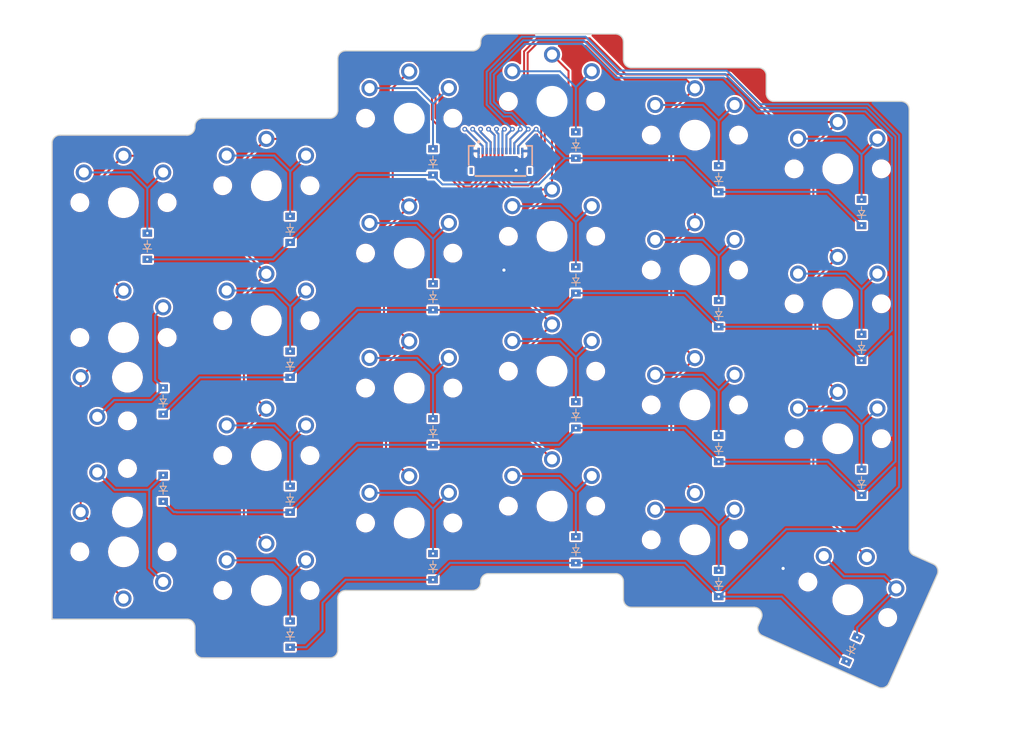
<source format=kicad_pcb>
(kicad_pcb (version 20241229) (generator "pcbnew") (generator_version "9.0")
  (title_block (title "mainboard") (rev "v1.0.0") (company "Unknown"))
  (layers (0 "F.Cu" signal) (2 "B.Cu" signal) (13 "F.Paste" user) (15 "B.Paste" user) (5 "F.SilkS" user) (7 "B.SilkS" user) (1 "F.Mask" user) (3 "B.Mask" user) (25 "Edge.Cuts" user))
  (net 0 "")
  (net 1 "C1")
  (net 2 "outerleft_top")
  (net 3 "GND")
  (net 4 "C2")
  (net 5 "pinky_thumb")
  (net 6 "pinky_bottom")
  (net 7 "pinky_middle")
  (net 8 "pinky_top")
  (net 9 "C3")
  (net 10 "ring_thumb")
  (net 11 "ring_bottom")
  (net 12 "ring_middle")
  (net 13 "ring_top")
  (net 14 "C4")
  (net 15 "middle_thumb")
  (net 16 "middle_bottom")
  (net 17 "middle_middle")
  (net 18 "middle_top")
  (net 19 "C5")
  (net 20 "index_thumb")
  (net 21 "index_bottom")
  (net 22 "index_middle")
  (net 23 "index_top")
  (net 24 "C6")
  (net 25 "inner_thumb")
  (net 26 "inner_bottom")
  (net 27 "inner_middle")
  (net 28 "inner_top")
  (net 29 "outer_bottom")
  (net 30 "outer_middle")
  (net 31 "R4")
  (net 32 "R1")
  (net 33 "R2")
  (net 34 "R3")
  (footprint "ceoloide:switch_choc_v1_v2" (layer "F.Cu") (at 145 125.5)
    (property "Reference" "S10" (hide yes))
    (property "Value" "")
  )
  (footprint "VIA-0.6mm" (layer "F.Cu") (at 143 78)
    (property "Reference" "_10" (hide yes))
    (property "Value" "VIA-0.6mm" (hide yes))
  )
  (footprint "ceoloide:diode_tht_sod123" (layer "F.Cu") (at 148 131 90)
    (property "Reference" "D10" (hide yes))
    (property "Value" "")
  )
  (footprint "VIA-0.6mm" (layer "F.Cu") (at 135 78)
    (property "Reference" "_2" (hide yes))
    (property "Value" "VIA-0.6mm" (hide yes))
  )
  (footprint "ceoloide:diode_tht_sod123" (layer "F.Cu") (at 166 118.25 90)
    (property "Reference" "D15" (hide yes))
    (property "Value" "")
  )
  (footprint "ceoloide:switch_choc_v1_v2" (layer "F.Cu") (at 109 85.125)
    (property "Reference" "S5" (hide yes))
    (property "Value" "")
  )
  (footprint "ceoloide:diode_tht_sod123" (layer "F.Cu") (at 184 122.5 90)
    (property "Reference" "D19" (hide yes))
    (property "Value" "")
  )
  (footprint "ceoloide:diode_tht_sod123" (layer "F.Cu") (at 148 97 90)
    (property "Reference" "D12" (hide yes))
    (property "Value" "")
  )
  (footprint "ceoloide:diode_tht_sod123" (layer "F.Cu") (at 96 123.25 90)
    (property "Reference" "D23" (hide yes))
    (property "Value" "")
  )
  (footprint "VIA-0.6mm" (layer "F.Cu") (at 140 78)
    (property "Reference" "_7" (hide yes))
    (property "Value" "VIA-0.6mm" (hide yes))
  )
  (footprint "ceoloide:diode_tht_sod123" (layer "F.Cu") (at 112 141.625 90)
    (property "Reference" "D2" (hide yes))
    (property "Value" "")
  )
  (footprint "ceoloide:switch_choc_v1_v2" (layer "F.Cu") (at 127 110.625)
    (property "Reference" "S7" (hide yes))
    (property "Value" "")
  )
  (footprint "VIA-0.6mm" (layer "F.Cu") (at 136 78)
    (property "Reference" "_3" (hide yes))
    (property "Value" "VIA-0.6mm" (hide yes))
  )
  (footprint "ceoloide:diode_tht_sod123" (layer "F.Cu") (at 182.770607 143.545415 66)
    (property "Reference" "D18" (hide yes))
    (property "Value" "")
  )
  (footprint "ceoloide:switch_choc_v1_v2" (layer "F.Cu") (at 91 131.25 180)
    (property "Reference" "S24" (hide yes))
    (property "Value" "")
  )
  (footprint "ceoloide:switch_choc_v1_v2" (layer "F.Cu") (at 163 95.75)
    (property "Reference" "S16" (hide yes))
    (property "Value" "")
  )
  (footprint "ceoloide:switch_choc_v1_v2" (layer "F.Cu") (at 127 76.625)
    (property "Reference" "S9" (hide yes))
    (property "Value" "")
  )
  (footprint "ceoloide:switch_choc_v1_v2" (layer "F.Cu") (at 182.267022 137.300705 -24)
    (property "Reference" "S18" (hide yes))
    (property "Value" "")
  )
  (footprint "ceoloide:switch_choc_v1_v2" (layer "F.Cu") (at 109 119.125)
    (property "Reference" "S3" (hide yes))
    (property "Value" "")
  )
  (footprint "ceoloide:switch_choc_v1_v2" (layer "F.Cu") (at 163 112.75)
    (property "Reference" "S15" (hide yes))
    (property "Value" "")
  )
  (footprint "ceoloide:diode_tht_sod123" (layer "F.Cu") (at 96 112.25 90)
    (property "Reference" "D22" (hide yes))
    (property "Value" "")
  )
  (footprint "ceoloide:switch_choc_v1_v2" (layer "F.Cu") (at 145 108.5)
    (property "Reference" "S11" (hide yes))
    (property "Value" "")
  )
  (footprint "ceoloide:diode_tht_sod123" (layer "F.Cu") (at 130 116.125 90)
    (property "Reference" "D7" (hide yes))
    (property "Value" "")
  )
  (footprint "ceoloide:switch_choc_v1_v2" (layer "F.Cu") (at 163 78.75)
    (property "Reference" "S17" (hide yes))
    (property "Value" "")
  )
  (footprint "ceoloide:switch_choc_v1_v2" (layer "F.Cu") (at 181 100)
    (property "Reference" "S20" (hide yes))
    (property "Value" "")
  )
  (footprint "ceoloide:diode_tht_sod123" (layer "F.Cu") (at 184 88.5 90)
    (property "Reference" "D21" (hide yes))
    (property "Value" "")
  )
  (footprint "VIA-0.6mm" (layer "F.Cu") (at 138 78)
    (property "Reference" "_5" (hide yes))
    (property "Value" "VIA-0.6mm" (hide yes))
  )
  (footprint "ceoloide:switch_choc_v1_v2" (layer "F.Cu") (at 145 74.5)
    (property "Reference" "S13" (hide yes))
    (property "Value" "")
  )
  (footprint "ceoloide:diode_tht_sod123" (layer "F.Cu") (at 166 101.25 90)
    (property "Reference" "D16" (hide yes))
    (property "Value" "")
  )
  (footprint "VIA-0.6mm" (layer "F.Cu") (at 142 78)
    (property "Reference" "_9" (hide yes))
    (property "Value" "VIA-0.6mm" (hide yes))
  )
  (footprint "ceoloide:diode_tht_sod123" (layer "F.Cu") (at 130 99.125 90)
    (property "Reference" "D8" (hide yes))
    (property "Value" "")
  )
  (footprint "ceoloide:diode_tht_sod123" (layer "F.Cu") (at 166 135.25 90)
    (property "Reference" "D14" (hide yes))
    (property "Value" "")
  )
  (footprint "ceoloide:diode_tht_sod123" (layer "F.Cu") (at 166 84.25 90)
    (property "Reference" "D17" (hide yes))
    (property "Value" "")
  )
  (footprint "ceoloide:switch_choc_v1_v2" (layer "F.Cu") (at 181 117)
    (property "Reference" "S19" (hide yes))
    (property "Value" "")
  )
  (footprint "VIA-0.6mm" (layer "F.Cu") (at 139 78)
    (property "Reference" "_6" (hide yes))
    (property "Value" "VIA-0.6mm" (hide yes))
  )
  (footprint "ceoloide:diode_tht_sod123" (layer "F.Cu") (at 130 82.125 90)
    (property "Reference" "D9" (hide yes))
    (property "Value" "")
  )
  (footprint "ceoloide:switch_choc_v1_v2" (layer "F.Cu") (at 127 127.625)
    (property "Reference" "S6" (hide yes))
    (property "Value" "")
  )
  (footprint "ceoloide:switch_choc_v1_v2" (layer "F.Cu") (at 145 91.5)
    (property "Reference" "S12" (hide yes))
    (property "Value" "")
  )
  (footprint "ceoloide:diode_tht_sod123" (layer "F.Cu") (at 148 114 90)
    (property "Reference" "D11" (hide yes))
    (property "Value" "")
  )
  (footprint "ceoloide:diode_tht_sod123" (layer "F.Cu") (at 112 107.625 90)
    (property "Reference" "D4" (hide yes))
    (property "Value" "")
  )
  (footprint "ceoloide:diode_tht_sod123" (layer "F.Cu") (at 112 124.625 90)
    (property "Reference" "D3" (hide yes))
    (property "Value" "")
  )
  (footprint "ceoloide:switch_choc_v1_v2" (layer "F.Cu") (at 181 83)
    (property "Reference" "S21" (hide yes))
    (property "Value" "")
  )
  (footprint "VIA-0.6mm" (layer "F.Cu") (at 141 78)
    (property "Reference" "_8" (hide yes))
    (property "Value" "VIA-0.6mm" (hide yes))
  )
  (footprint "ceoloide:switch_choc_v1_v2" (layer "F.Cu") (at 127 93.625)
    (property "Reference" "S8" (hide yes))
    (property "Value" "")
  )
  (footprint "ceoloide:diode_tht_sod123" (layer "F.Cu") (at 112 90.625 90)
    (property "Reference" "D5" (hide yes))
    (property "Value" "")
  )
  (footprint "ceoloide:switch_choc_v1_v2" (layer "F.Cu") (at 91.5 109.25 90)
    (property "Reference" "S25" (hide yes))
    (property "Value" "")
  )
  (footprint "ceoloide:switch_choc_v1_v2" (layer "F.Cu") (at 109 136.125)
    (property "Reference" "S2" (hide yes))
    (property "Value" "")
  )
  (footprint "ceoloide:switch_choc_v1_v2" (layer "F.Cu") (at 91 87.25)
    (property "Reference" "S1" (hide yes))
    (property "Value" "")
  )
  (footprint "ceoloide:switch_choc_v1_v2" (layer "F.Cu") (at 163 129.75)
    (property "Reference" "S14" (hide yes))
    (property "Value" "")
  )
  (footprint "ceoloide:diode_tht_sod123" (layer "F.Cu") (at 130 133.125 90)
    (property "Reference" "D6" (hide yes))
    (property "Value" "")
  )
  (footprint "ceoloide:diode_tht_sod123" (layer "F.Cu") (at 184 105.5 90)
    (property "Reference" "D20" (hide yes))
    (property "Value" "")
  )
  (footprint "VIA-0.6mm" (layer "F.Cu") (at 134 78)
    (property "Reference" "_1" (hide yes))
    (property "Value" "VIA-0.6mm" (hide yes))
  )
  (footprint "ceoloide:diode_tht_sod123" (layer "F.Cu") (at 148 80 90)
    (property "Reference" "D13" (hide yes))
    (property "Value" "")
  )
  (footprint "ceoloide:switch_choc_v1_v2" (layer "F.Cu") (at 109 102.125)
    (property "Reference" "S4" (hide yes))
    (property "Value" "")
  )
  (footprint "VIA-0.6mm" (layer "F.Cu") (at 137 78)
    (property "Reference" "_4" (hide yes))
    (property "Value" "VIA-0.6mm" (hide yes))
  )
  (footprint "ceoloide:diode_tht_sod123" (layer "F.Cu") (at 94 92.75 90)
    (property "Reference" "D1" (hide yes))
    (property "Value" "")
  )
  (footprint "GCT_FFC2B28-12-G" (layer "B.Cu") (at 138.5 82)
    (property "Reference" "J1" (hide yes))
    (property "Value" "" (hide yes))
  )
  (footprint "ceoloide:switch_choc_v1_v2" (layer "B.Cu") (at 91.5 126.25 90)
    (property "Reference" "S22" (hide yes))
    (property "Value" "")
  )
  (footprint "ceoloide:switch_choc_v1_v2" (layer "B.Cu") (at 91 104.25)
    (property "Reference" "S23" (hide yes))
    (property "Value" "")
  )
  (gr_line (start 193.032647 132.789462) (end 190.593263 131.703378) (stroke (width 0.15)) (layer "Edge.Cuts"))
  (gr_line (start 154 69.25) (end 154 67) (stroke (width 0.15)) (layer "Edge.Cuts"))
  (gr_arc (start 155 70.25) (mid 154.292893 69.957107) (end 154 69.25) (stroke (width 0.15)) (layer "Edge.Cuts"))
  (gr_line (start 171.366323 139.656737) (end 170.994588 140.491666) (stroke (width 0.15)) (layer "Edge.Cuts"))
  (gr_line (start 99 78.75) (end 83 78.75) (stroke (width 0.15)) (layer "Edge.Cuts"))
  (gr_line (start 136 135.125) (end 136 135) (stroke (width 0.15)) (layer "Edge.Cuts"))
  (gr_arc (start 136 67) (mid 136.292893 66.292893) (end 137 66) (stroke (width 0.15)) (layer "Edge.Cuts"))
  (gr_arc (start 170.452777 138.249999) (mid 171.291448 138.70536) (end 171.366323 139.656737) (stroke (width 0.15)) (layer "Edge.Cuts"))
  (gr_line (start 101 144.625) (end 117 144.625) (stroke (width 0.15)) (layer "Edge.Cuts"))
  (gr_line (start 135 68.125) (end 119 68.125) (stroke (width 0.15)) (layer "Edge.Cuts"))
  (gr_arc (start 100 77.625) (mid 100.292893 76.917893) (end 101 76.625) (stroke (width 0.15)) (layer "Edge.Cuts"))
  (gr_arc (start 118 69.125) (mid 118.292893 68.417893) (end 119 68.125) (stroke (width 0.15)) (layer "Edge.Cuts"))
  (gr_line (start 100 140.75) (end 100 143.625) (stroke (width 0.15)) (layer "Edge.Cuts"))
  (gr_arc (start 136 135) (mid 136.292893 134.292893) (end 137 134) (stroke (width 0.15)) (layer "Edge.Cuts"))
  (gr_line (start 137 134) (end 153 134) (stroke (width 0.15)) (layer "Edge.Cuts"))
  (gr_line (start 117 76.625) (end 101 76.625) (stroke (width 0.15)) (layer "Edge.Cuts"))
  (gr_line (start 100 77.625) (end 100 77.75) (stroke (width 0.15)) (layer "Edge.Cuts"))
  (gr_line (start 172 73.5) (end 172 71.25) (stroke (width 0.15)) (layer "Edge.Cuts"))
  (gr_arc (start 190.593263 131.703378) (mid 190.16133 131.334472) (end 190 130.789833) (stroke (width 0.15)) (layer "Edge.Cuts"))
  (gr_line (start 118 69.125) (end 118 75.625) (stroke (width 0.15)) (layer "Edge.Cuts"))
  (gr_line (start 118 143.625) (end 118 137.125) (stroke (width 0.15)) (layer "Edge.Cuts"))
  (gr_arc (start 118 143.625) (mid 117.707107 144.332107) (end 117 144.625) (stroke (width 0.15)) (layer "Edge.Cuts"))
  (gr_line (start 171.501397 141.811949) (end 186.118124 148.319735) (stroke (width 0.15)) (layer "Edge.Cuts"))
  (gr_arc (start 99 139.75) (mid 99.707107 140.042893) (end 100 140.75) (stroke (width 0.15)) (layer "Edge.Cuts"))
  (gr_arc (start 118 75.625) (mid 117.707107 76.332107) (end 117 76.625) (stroke (width 0.15)) (layer "Edge.Cuts"))
  (gr_line (start 119 136.125) (end 135 136.125) (stroke (width 0.15)) (layer "Edge.Cuts"))
  (gr_line (start 154 135) (end 154 137.25) (stroke (width 0.15)) (layer "Edge.Cuts"))
  (gr_arc (start 136 135.125) (mid 135.707107 135.832107) (end 135 136.125) (stroke (width 0.15)) (layer "Edge.Cuts"))
  (gr_arc (start 193.032646 132.789462) (mid 193.55949 133.344639) (end 193.539456 134.109744) (stroke (width 0.15)) (layer "Edge.Cuts"))
  (gr_arc (start 100 77.75) (mid 99.707107 78.457107) (end 99 78.75) (stroke (width 0.15)) (layer "Edge.Cuts"))
  (gr_line (start 82 139.75) (end 82 79.75) (stroke (width 0.15)) (layer "Edge.Cuts"))
  (gr_arc (start 101 144.625) (mid 100.292893 144.332107) (end 100 143.625) (stroke (width 0.15)) (layer "Edge.Cuts"))
  (gr_arc (start 171.501397 141.811949) (mid 170.974553 141.256771) (end 170.994588 140.491666) (stroke (width 0.15)) (layer "Edge.Cuts"))
  (gr_arc (start 155 138.25) (mid 154.292893 137.957107) (end 154 137.25) (stroke (width 0.15)) (layer "Edge.Cuts"))
  (gr_arc (start 136 67.125) (mid 135.707107 67.832107) (end 135 68.125) (stroke (width 0.15)) (layer "Edge.Cuts"))
  (gr_line (start 171 70.25) (end 155 70.25) (stroke (width 0.15)) (layer "Edge.Cuts"))
  (gr_arc (start 173 74.5) (mid 172.292893 74.207107) (end 172 73.5) (stroke (width 0.15)) (layer "Edge.Cuts"))
  (gr_line (start 155 138.25) (end 170.452777 138.25) (stroke (width 0.15)) (layer "Edge.Cuts"))
  (gr_line (start 82 139.75) (end 99 139.75) (stroke (width 0.15)) (layer "Edge.Cuts"))
  (gr_arc (start 153 66) (mid 153.707107 66.292893) (end 154 67) (stroke (width 0.15)) (layer "Edge.Cuts"))
  (gr_arc (start 189 74.5) (mid 189.707107 74.792893) (end 190 75.5) (stroke (width 0.15)) (layer "Edge.Cuts"))
  (gr_arc (start 171 70.25) (mid 171.707107 70.542893) (end 172 71.25) (stroke (width 0.15)) (layer "Edge.Cuts"))
  (gr_line (start 153 66) (end 137 66) (stroke (width 0.15)) (layer "Edge.Cuts"))
  (gr_arc (start 187.438407 147.812926) (mid 186.883229 148.33977) (end 186.118124 148.319735) (stroke (width 0.15)) (layer "Edge.Cuts"))
  (gr_arc (start 118 137.125) (mid 118.292893 136.417893) (end 119 136.125) (stroke (width 0.15)) (layer "Edge.Cuts"))
  (gr_arc (start 153 134) (mid 153.707107 134.292893) (end 154 135) (stroke (width 0.15)) (layer "Edge.Cuts"))
  (gr_line (start 187.438406 147.812926) (end 193.539456 134.109744) (stroke (width 0.15)) (layer "Edge.Cuts"))
  (gr_arc (start 82 79.75) (mid 82.292893 79.042893) (end 83 78.75) (stroke (width 0.15)) (layer "Edge.Cuts"))
  (gr_line (start 190 130.789833) (end 190 75.5) (stroke (width 0.15)) (layer "Edge.Cuts"))
  (gr_line (start 189 74.5) (end 173 74.5) (stroke (width 0.15)) (layer "Edge.Cuts"))
  (gr_line (start 136 67) (end 136 67.125) (stroke (width 0.15)) (layer "Edge.Cuts"))
  (segment (start 103.029 77.883) (end 117.754 77.883) (width 0.25) (layer "F.Cu") (net 1))
  (segment (start 102.997 77.851) (end 103.029 77.883) (width 0.25) (layer "F.Cu") (net 1))
  (segment (start 85.6 109.25) (end 85.6 126.25) (width 0.25) (layer "F.Cu") (net 1))
  (segment (start 88.265 101.085) (end 88.265 106.585) (width 0.25) (layer "F.Cu") (net 1))
  (segment (start 130.315 71.504315) (end 130.315 74.00962) (width 0.25) (layer "F.Cu") (net 1))
  (segment (start 85.6 126.25) (end 88.265 128.915) (width 0.25) (layer "F.Cu") (net 1))
  (segment (start 136.25 83.83819) (end 136.25 80.75) (width 0.25) (layer "F.Cu") (net 1))
  (segment (start 88.265 106.585) (end 85.6 109.25) (width 0.25) (layer "F.Cu") (net 1))
  (segment (start 88.265 128.915) (end 88.265 134.415) (width 0.25) (layer "F.Cu") (net 1))
  (segment (start 132.076 83.42938) (end 133.97762 85.331) (width 0.25) (layer "F.Cu") (net 1))
  (segment (start 133.97762 85.331) (end 134.75719 85.331) (width 0.25) (layer "F.Cu") (net 1))
  (segment (start 123.357315 68.932) (end 127.742685 68.932) (width 0.25) (layer "F.Cu") (net 1))
  (segment (start 91 81.35) (end 88.138 84.212) (width 0.25) (layer "F.Cu") (net 1))
  (segment (start 88.265 134.415) (end 91 137.15) (width 0.25) (layer "F.Cu") (net 1))
  (segment (start 119.056 76.581) (end 119.056 73.233315) (width 0.25) (layer "F.Cu") (net 1))
  (segment (start 130.315 74.00962) (end 130.315 76.58838) (width 0.25) (layer "F.Cu") (net 1))
  (segment (start 88.138 95.488) (end 91 98.35) (width 0.25) (layer "F.Cu") (net 1))
  (segment (start 136.25 80.135298) (end 134.114702 78) (width 0.25) (layer "F.Cu") (net 1))
  (segment (start 91 81.35) (end 99.498 81.35) (width 0.25) (layer "F.Cu") (net 1))
  (segment (start 134.75719 85.331) (end 136.25 83.83819) (width 0.25) (layer "F.Cu") (net 1))
  (segment (start 132.076 78.34938) (end 132.076 80.141) (width 0.25) (layer "F.Cu") (net 1))
  (segment (start 119.056 73.233315) (end 123.357315 68.932) (width 0.25) (layer "F.Cu") (net 1))
  (segment (start 136.25 80.75) (end 136.25 80.135298) (width 0.25) (layer "F.Cu") (net 1))
  (segment (start 88.138 84.212) (end 88.138 95.488) (width 0.25) (layer "F.Cu") (net 1))
  (segment (start 134.114702 78) (end 134 78) (width 0.25) (layer "F.Cu") (net 1))
  (segment (start 117.754 77.883) (end 119.056 76.581) (width 0.25) (layer "F.Cu") (net 1))
  (segment (start 132.076 80.038702) (end 132.076 83.42938) (width 0.25) (layer "F.Cu") (net 1))
  (segment (start 130.315 76.58838) (end 132.076 78.34938) (width 0.25) (layer "F.Cu") (net 1))
  (segment (start 91 98.35) (end 88.265 101.085) (width 0.25) (layer "F.Cu") (net 1))
  (segment (start 127.742685 68.932) (end 130.315 71.504315) (width 0.25) (layer "F.Cu") (net 1))
  (segment (start 99.498 81.35) (end 102.997 77.851) (width 0.25) (layer "F.Cu") (net 1))
  (segment (start 136.25 80.135298) (end 134.114702 78) (width 0.25) (layer "B.Cu") (net 1))
  (segment (start 136.25 80.75) (end 136.25 80.135298) (width 0.25) (layer "B.Cu") (net 1))
  (segment (start 134.114702 78) (end 134 78) (width 0.25) (layer "B.Cu") (net 1))
  (segment (start 86 83.45) (end 92 83.45) (width 0.25) (layer "B.Cu") (net 2))
  (segment (start 94 85.45) (end 94 91.1) (width 0.25) (layer "B.Cu") (net 2))
  (segment (start 96 83.45) (end 94 85.45) (width 0.25) (layer "B.Cu") (net 2))
  (segment (start 92 83.45) (end 94 85.45) (width 0.25) (layer "B.Cu") (net 2))
  (via (at 138.938 95.758) (size 0.8) (drill 0.4) (layers "F.Cu" "B.Cu") (net 3))
  (via (at 140.462 83.185) (size 0.8) (drill 0.4) (layers "F.Cu" "B.Cu") (net 3))
  (via (at 174.117 133.35) (size 0.8) (drill 0.4) (layers "F.Cu" "B.Cu") (net 3))
  (segment (start 109 79.225) (end 105.791 82.434) (width 0.25) (layer "F.Cu") (net 4))
  (segment (start 135.255 85.471) (end 135.001 85.725) (width 0.25) (layer "F.Cu") (net 4))
  (segment (start 105.791 82.434) (end 105.791 93.016) (width 0.25) (layer "F.Cu") (net 4))
  (segment (start 127.555875 69.383) (end 123.544125 69.383) (width 0.25) (layer "F.Cu") (net 4))
  (segment (start 117.117 79.225) (end 109 79.225) (width 0.25) (layer "F.Cu") (net 4))
  (segment (start 136.75 83.976) (end 135.255 85.471) (width 0.25) (layer "F.Cu") (net 4))
  (segment (start 109 113.225) (end 109 113.25) (width 0.25) (layer "F.Cu") (net 4))
  (segment (start 109 113.25) (end 106.172 116.078) (width 0.25) (layer "F.Cu") (net 4))
  (segment (start 136.75 79.75) (end 135 78) (width 0.25) (layer "F.Cu") (net 4))
  (segment (start 123.544125 69.383) (end 119.507 73.420125) (width 0.25) (layer "F.Cu") (net 4))
  (segment (start 131.625 83.61619) (end 131.625 78.53619) (width 0.25) (layer "F.Cu") (net 4))
  (segment (start 136.75 80.75) (end 136.75 83.976) (width 0.25) (layer "F.Cu") (net 4))
  (segment (start 134.944 85.782) (end 133.79081 85.782) (width 0.25) (layer "F.Cu") (net 4))
  (segment (start 106.172 99.053) (end 106.172 110.397) (width 0.25) (layer "F.Cu") (net 4))
  (segment (start 106.172 116.078) (end 106.172 127.397) (width 0.25) (layer "F.Cu") (net 4))
  (segment (start 119.507 73.420125) (end 119.507 76.835) (width 0.25) (layer "F.Cu") (net 4))
  (segment (start 106.172 110.397) (end 109 113.225) (width 0.25) (layer "F.Cu") (net 4))
  (segment (start 131.625 78.53619) (end 129.864 76.77519) (width 0.25) (layer "F.Cu") (net 4))
  (segment (start 129.864 71.691125) (end 127.555875 69.383) (width 0.25) (layer "F.Cu") (net 4))
  (segment (start 105.791 93.016) (end 109 96.225) (width 0.25) (layer "F.Cu") (net 4))
  (segment (start 133.79081 85.782) (end 131.625 83.61619) (width 0.25) (layer "F.Cu") (net 4))
  (segment (start 129.864 76.77519) (end 129.864 71.691125) (width 0.25) (layer "F.Cu") (net 4))
  (segment (start 136.75 80.75) (end 136.75 79.75) (width 0.25) (layer "F.Cu") (net 4))
  (segment (start 106.172 127.397) (end 109 130.225) (width 0.25) (layer "F.Cu") (net 4))
  (segment (start 135.255 85.471) (end 134.944 85.782) (width 0.25) (layer "F.Cu") (net 4))
  (segment (start 109 96.225) (end 106.172 99.053) (width 0.25) (layer "F.Cu") (net 4))
  (segment (start 119.507 76.835) (end 117.117 79.225) (width 0.25) (layer "F.Cu") (net 4))
  (segment (start 136.75 80.75) (end 136.75 79.75) (width 0.25) (layer "B.Cu") (net 4))
  (segment (start 136.75 79.75) (end 135 78) (width 0.25) (layer "B.Cu") (net 4))
  (segment (start 112 134.325) (end 112 139.975) (width 0.25) (layer "B.Cu") (net 5))
  (segment (start 114 132.325) (end 112 134.325) (width 0.25) (layer "B.Cu") (net 5))
  (segment (start 104 132.325) (end 110 132.325) (width 0.25) (layer "B.Cu") (net 5))
  (segment (start 110 132.325) (end 112 134.325) (width 0.25) (layer "B.Cu") (net 5))
  (segment (start 104 115.325) (end 110 115.325) (width 0.25) (layer "B.Cu") (net 6))
  (segment (start 114 115.325) (end 112 117.325) (width 0.25) (layer "B.Cu") (net 6))
  (segment (start 110 115.325) (end 112 117.325) (width 0.25) (layer "B.Cu") (net 6))
  (segment (start 112 117.325) (end 112 122.975) (width 0.25) (layer "B.Cu") (net 6))
  (segment (start 114 98.325) (end 112 100.325) (width 0.25) (layer "B.Cu") (net 7))
  (segment (start 112 100.325) (end 112 105.975) (width 0.25) (layer "B.Cu") (net 7))
  (segment (start 110 98.325) (end 112 100.325) (width 0.25) (layer "B.Cu") (net 7))
  (segment (start 104 98.325) (end 110 98.325) (width 0.25) (layer "B.Cu") (net 7))
  (segment (start 104 81.325) (end 110 81.325) (width 0.25) (layer "B.Cu") (net 8))
  (segment (start 110 81.325) (end 112 83.325) (width 0.25) (layer "B.Cu") (net 8))
  (segment (start 114 81.325) (end 112 83.325) (width 0.25) (layer "B.Cu") (net 8))
  (segment (start 112 83.325) (end 112 88.975) (width 0.25) (layer "B.Cu") (net 8))
  (segment (start 123.825 101.55) (end 127 104.725) (width 0.25) (layer "F.Cu") (net 9))
  (segment (start 137.274 80.726) (end 137.274 79.63619) (width 0.25) (layer "F.Cu") (net 9))
  (segment (start 137.25 80.75) (end 137.274 80.726) (width 0.25) (layer "F.Cu") (net 9))
  (segment (start 124.079 107.646) (end 124.079 118.804) (width 0.25) (layer "F.Cu") (net 9))
  (segment (start 124.079 118.804) (end 127 121.725) (width 0.25) (layer "F.Cu") (net 9))
  (segment (start 127 87.725) (end 123.825 90.9) (width 0.25) (layer "F.Cu") (net 9))
  (segment (start 123.825 90.9) (end 123.825 101.55) (width 0.25) (layer "F.Cu") (net 9))
  (segment (start 136 78.36219) (end 136 78) (width 0.25) (layer "F.Cu") (net 9))
  (segment (start 127 104.725) (end 124.079 107.646) (width 0.25) (layer "F.Cu") (net 9))
  (segment (start 124.924 72.801) (end 124.924 85.649) (width 0.25) (layer "F.Cu") (net 9))
  (segment (start 135.255 86.233) (end 128.492 86.233) (width 0.25) (layer "F.Cu") (net 9))
  (segment (start 127 70.725) (end 124.924 72.801) (width 0.25) (layer "F.Cu") (net 9))
  (segment (start 124.924 85.649) (end 127 87.725) (width 0.25) (layer "F.Cu") (net 9))
  (segment (start 128.492 86.233) (end 127 87.725) (width 0.25) (layer "F.Cu") (net 9))
  (segment (start 137.25 80.75) (end 137.25 84.238) (width 0.25) (layer "F.Cu") (net 9))
  (segment (start 137.274 79.63619) (end 136 78.36219) (width 0.25) (layer "F.Cu") (net 9))
  (segment (start 137.25 84.238) (end 135.255 86.233) (width 0.25) (layer "F.Cu") (net 9))
  (segment (start 137.25 79.61219) (end 136 78.36219) (width 0.25) (layer "B.Cu") (net 9))
  (segment (start 136 78.36219) (end 136 78) (width 0.25) (layer "B.Cu") (net 9))
  (segment (start 137.25 80.75) (end 137.25 79.61219) (width 0.25) (layer "B.Cu") (net 9))
  (segment (start 130 125.825) (end 130 131.475) (width 0.25) (layer "B.Cu") (net 10))
  (segment (start 122 123.825) (end 128 123.825) (width 0.25) (layer "B.Cu") (net 10))
  (segment (start 132 123.825) (end 130 125.825) (width 0.25) (layer "B.Cu") (net 10))
  (segment (start 128 123.825) (end 130 125.825) (width 0.25) (layer "B.Cu") (net 10))
  (segment (start 122 106.825) (end 128 106.825) (width 0.25) (layer "B.Cu") (net 11))
  (segment (start 130 108.825) (end 130 114.475) (width 0.25) (layer "B.Cu") (net 11))
  (segment (start 132 106.825) (end 130 108.825) (width 0.25) (layer "B.Cu") (net 11))
  (segment (start 128 106.825) (end 130 108.825) (width 0.25) (layer "B.Cu") (net 11))
  (segment (start 122 89.825) (end 128 89.825) (width 0.25) (layer "B.Cu") (net 12))
  (segment (start 130 91.825) (end 130 97.475) (width 0.25) (layer "B.Cu") (net 12))
  (segment (start 132 89.825) (end 130 91.825) (width 0.25) (layer "B.Cu") (net 12))
  (segment (start 128 89.825) (end 130 91.825) (width 0.25) (layer "B.Cu") (net 12))
  (segment (start 122 72.825) (end 128 72.825) (width 0.25) (layer "B.Cu") (net 13))
  (segment (start 132 72.825) (end 130 74.825) (width 0.25) (layer "B.Cu") (net 13))
  (segment (start 128 72.825) (end 130 74.825) (width 0.25) (layer "B.Cu") (net 13))
  (segment (start 130 74.825) (end 130 80.475) (width 0.25) (layer "B.Cu") (net 13))
  (segment (start 137.75 84.156) (end 137.75 80.75) (width 0.25) (layer "F.Cu") (net 14))
  (segment (start 145 85.6) (end 141.986 88.614) (width 0.25) (layer "F.Cu") (net 14))
  (segment (start 137.774 78.774) (end 137 78) (width 0.25) (layer "F.Cu") (net 14))
  (segment (start 142.746 85.6) (end 145 85.6) (width 0.25) (layer "F.Cu") (net 14))
  (segment (start 147.076 70.676) (end 145 68.6) (width 0.25) (layer "F.Cu") (net 14))
  (segment (start 145 102.6) (end 141.732 105.868) (width 0.25) (layer "F.Cu") (net 14))
  (segment (start 141.732 116.332) (end 145 119.6) (width 0.25) (layer "F.Cu") (net 14))
  (segment (start 145 85.6) (end 145 77.435907) (width 0.25) (layer "F.Cu") (net 14))
  (segment (start 142.367 85.979) (end 139.573 85.979) (width 0.25) (layer "F.Cu") (net 14))
  (segment (start 137.774 80.726) (end 137.774 78.774) (width 0.25) (layer "F.Cu") (net 14))
  (segment (start 147.076 75.359907) (end 147.076 70.676) (width 0.25) (layer "F.Cu") (net 14))
  (segment (start 141.986 88.614) (end 141.986 99.586) (width 0.25) (layer "F.Cu") (net 14))
  (segment (start 139.573 85.979) (end 137.75 84.156) (width 0.25) (layer "F.Cu") (net 14))
  (segment (start 141.986 99.586) (end 145 102.6) (width 0.25) (layer "F.Cu") (net 14))
  (segment (start 142.367 85.979) (end 142.746 85.6) (width 0.25) (layer "F.Cu") (net 14))
  (segment (start 141.732 105.868) (end 141.732 116.332) (width 0.25) (layer "F.Cu") (net 14))
  (segment (start 145 77.435907) (end 147.076 75.359907) (width 0.25) (layer "F.Cu") (net 14))
  (segment (start 137.75 80.75) (end 137.774 80.726) (width 0.25) (layer "F.Cu") (net 14))
  (segment (start 137.75 78.75) (end 137 78) (width 0.25) (layer "B.Cu") (net 14))
  (segment (start 137.75 80.75) (end 137.75 78.75) (width 0.25) (layer "B.Cu") (net 14))
  (segment (start 148 123.7) (end 148 129.35) (width 0.25) (layer "B.Cu") (net 15))
  (segment (start 146 121.7) (end 148 123.7) (width 0.25) (layer "B.Cu") (net 15))
  (segment (start 150 121.7) (end 148 123.7) (width 0.25) (layer "B.Cu") (net 15))
  (segment (start 140 121.7) (end 146 121.7) (width 0.25) (layer "B.Cu") (net 15))
  (segment (start 140 104.7) (end 146 104.7) (width 0.25) (layer "B.Cu") (net 16))
  (segment (start 146 104.7) (end 148 106.7) (width 0.25) (layer "B.Cu") (net 16))
  (segment (start 150 104.7) (end 148 106.7) (width 0.25) (layer "B.Cu") (net 16))
  (segment (start 148 106.7) (end 148 112.35) (width 0.25) (layer "B.Cu") (net 16))
  (segment (start 146 87.7) (end 148 89.7) (width 0.25) (layer "B.Cu") (net 17))
  (segment (start 148 89.7) (end 148 95.35) (width 0.25) (layer "B.Cu") (net 17))
  (segment (start 140 87.7) (end 146 87.7) (width 0.25) (layer "B.Cu") (net 17))
  (segment (start 150 87.7) (end 148 89.7) (width 0.25) (layer "B.Cu") (net 17))
  (segment (start 146 70.7) (end 148 72.7) (width 0.25) (layer "B.Cu") (net 18))
  (segment (start 150 70.7) (end 148 72.7) (width 0.25) (layer "B.Cu") (net 18))
  (segment (start 140 70.7) (end 146 70.7) (width 0.25) (layer "B.Cu") (net 18))
  (segment (start 148 72.7) (end 148 78.35) (width 0.25) (layer "B.Cu") (net 18))
  (segment (start 160.02 103.87) (end 163 106.85) (width 0.25) (layer "F.Cu") (net 19))
  (segment (start 144.08519 77.40738) (end 141.929 75.25119) (width 0.25) (layer "F.Cu") (net 19))
  (segment (start 163 88.324) (end 163 89.85) (width 0.25) (layer "F.Cu") (net 19))
  (segment (start 149.422 66.999) (end 154.178 71.755) (width 0.25) (layer "F.Cu") (net 19))
  (segment (start 161.905 71.755) (end 163 72.85) (width 0.25) (layer "F.Cu") (net 19))
  (segment (start 138.25 78.609) (end 138 78.359) (width 0.25) (layer "F.Cu") (net 19))
  (segment (start 138.25 80.75) (end 138.25 84.01819) (width 0.25) (layer "F.Cu") (net 19))
  (segment (start 160.02 109.855) (end 160.02 120.87) (width 0.25) (layer "F.Cu") (net 19))
  (segment (start 138 78.359) (end 138 78) (width 0.25) (layer "F.Cu") (net 19))
  (segment (start 163.025 106.85) (end 160.02 109.855) (width 0.25) (layer "F.Cu") (net 19))
  (segment (start 163 89.85) (end 160.02 92.83) (width 0.25) (layer "F.Cu") (net 19))
  (segment (start 160.02 75.83) (end 160.02 85.344) (width 0.25) (layer "F.Cu") (net 19))
  (segment (start 160.02 120.87) (end 163 123.85) (width 0.25) (layer "F.Cu") (net 19))
  (segment (start 160.02 85.344) (end 163 88.324) (width 0.25) (layer "F.Cu") (net 19))
  (segment (start 139.75981 85.528) (end 142.18019 85.528) (width 0.25) (layer "F.Cu") (net 19))
  (segment (start 160.02 92.83) (end 160.02 103.87) (width 0.25) (layer "F.Cu") (net 19))
  (segment (start 141.929 68.38581) (end 143.31581 66.999) (width 0.25) (layer "F.Cu") (net 19))
  (segment (start 163 106.85) (end 163.025 106.85) (width 0.25) (layer "F.Cu") (net 19))
  (segment (start 138.25 80.75) (end 138.25 78.609) (width 0.25) (layer "F.Cu") (net 19))
  (segment (start 138.25 84.01819) (end 139.75981 85.528) (width 0.25) (layer "F.Cu") (net 19))
  (segment (start 144.08519 83.623) (end 144.08519 77.40738) (width 0.25) (layer "F.Cu") (net 19))
  (segment (start 163 72.85) (end 160.02 75.83) (width 0.25) (layer "F.Cu") (net 19))
  (segment (start 143.31581 66.999) (end 149.422 66.999) (width 0.25) (layer "F.Cu") (net 19))
  (segment (start 154.178 71.755) (end 161.905 71.755) (width 0.25) (layer "F.Cu") (net 19))
  (segment (start 141.929 75.25119) (end 141.929 68.38581) (width 0.25) (layer "F.Cu") (net 19))
  (segment (start 142.18019 85.528) (end 144.08519 83.623) (width 0.25) (layer "F.Cu") (net 19))
  (segment (start 138.25 80.75) (end 138.25 78.61219) (width 0.25) (layer "B.Cu") (net 19))
  (segment (start 138 78.36219) (end 138 78) (width 0.25) (layer "B.Cu") (net 19))
  (segment (start 138.25 78.61219) (end 138 78.36219) (width 0.25) (layer "B.Cu") (net 19))
  (segment (start 158 125.95) (end 164 125.95) (width 0.25) (layer "B.Cu") (net 20))
  (segment (start 168 125.95) (end 166 127.95) (width 0.25) (layer "B.Cu") (net 20))
  (segment (start 164 125.95) (end 166 127.95) (width 0.25) (layer "B.Cu") (net 20))
  (segment (start 166 127.95) (end 166 133.6) (width 0.25) (layer "B.Cu") (net 20))
  (segment (start 158 108.95) (end 164 108.95) (width 0.25) (layer "B.Cu") (net 21))
  (segment (start 166 110.95) (end 166 116.6) (width 0.25) (layer "B.Cu") (net 21))
  (segment (start 164 108.95) (end 166 110.95) (width 0.25) (layer "B.Cu") (net 21))
  (segment (start 168 108.95) (end 166 110.95) (width 0.25) (layer "B.Cu") (net 21))
  (segment (start 168 91.95) (end 166 93.95) (width 0.25) (layer "B.Cu") (net 22))
  (segment (start 166 93.95) (end 166 99.6) (width 0.25) (layer "B.Cu") (net 22))
  (segment (start 158 91.95) (end 164 91.95) (width 0.25) (layer "B.Cu") (net 22))
  (segment (start 164 91.95) (end 166 93.95) (width 0.25) (layer "B.Cu") (net 22))
  (segment (start 158 74.95) (end 164 74.95) (width 0.25) (layer "B.Cu") (net 23))
  (segment (start 168 74.95) (end 166 76.95) (width 0.25) (layer "B.Cu") (net 23))
  (segment (start 164 74.95) (end 166 76.95) (width 0.25) (layer "B.Cu") (net 23))
  (segment (start 166 76.95) (end 166 82.6) (width 0.25) (layer "B.Cu") (net 23))
  (segment (start 138.75 78.25) (end 139 78) (width 0.25) (layer "F.Cu") (net 24))
  (segment (start 143.129 66.548) (end 149.733 66.548) (width 0.25) (layer "F.Cu") (net 24))
  (segment (start 177.927 125.171019) (end 184.666768 131.910787) (width 0.25) (layer "F.Cu") (net 24))
  (segment (start 177.927 114.173) (end 177.927 125.171019) (width 0.25) (layer "F.Cu") (net 24))
  (segment (start 178.181 108.281) (end 181 111.1) (width 0.25) (layer "F.Cu") (net 24))
  (segment (start 167.386 71.12) (end 173.366 77.1) (width 0.25) (layer "F.Cu") (net 24))
  (segment (start 138.75 80.75) (end 138.75 78.25) (width 0.25) (layer "F.Cu") (net 24))
  (segment (start 139.89331 85.02369) (end 139.94662 85.077) (width 0.25) (layer "F.Cu") (net 24))
  (segment (start 139.94662 85.077) (end 141.986 85.077) (width 0.25) (layer "F.Cu") (net 24))
  (segment (start 181 111.1) (end 177.927 114.173) (width 0.25) (layer "F.Cu") (net 24))
  (segment (start 141.478 75.438) (end 141.478 73.152) (width 0.25) (layer "F.Cu") (net 24))
  (segment (start 143.63419 83.43619) (end 143.63419 78.74) (width 0.25) (layer "F.Cu") (net 24))
  (segment (start 181 94.1) (end 178.181 96.919) (width 0.25) (layer "F.Cu") (net 24))
  (segment (start 141.99338 85.077) (end 143.63419 83.43619) (width 0.25) (layer "F.Cu") (net 24))
  (segment (start 141.478 75.438) (end 143.63419 77.59419) (width 0.25) (layer "F.Cu") (net 24))
  (segment (start 138.75 80.75) (end 138.75 83.88038) (width 0.25) (layer "F.Cu") (net 24))
  (segment (start 149.733 66.548) (end 154.305 71.12) (width 0.25) (layer "F.Cu") (net 24))
  (segment (start 141.986 85.077) (end 141.99338 85.077) (width 0.25) (layer "F.Cu") (net 24))
  (segment (start 177.927 80.173) (end 177.927 91.027) (width 0.25) (layer "F.Cu") (net 24))
  (segment (start 177.927 91.027) (end 181 94.1) (width 0.25) (layer "F.Cu") (net 24))
  (segment (start 141.478 68.199) (end 143.129 66.548) (width 0.25) (layer "F.Cu") (net 24))
  (segment (start 138.75 83.88038) (end 139.89331 85.02369) (width 0.25) (layer "F.Cu") (net 24))
  (segment (start 181 77.1) (end 177.927 80.173) (width 0.25) (layer "F.Cu") (net 24))
  (segment (start 141.478 73.152) (end 141.478 68.199) (width 0.25) (layer "F.Cu") (net 24))
  (segment (start 178.181 96.919) (end 178.181 108.281) (width 0.25) (layer "F.Cu") (net 24))
  (segment (start 154.305 71.12) (end 167.386 71.12) (width 0.25) (layer "F.Cu") (net 24))
  (segment (start 143.63419 77.59419) (end 143.63419 78.74) (width 0.25) (layer "F.Cu") (net 24))
  (segment (start 173.366 77.1) (end 181 77.1) (width 0.25) (layer "F.Cu") (net 24))
  (segment (start 138.75 80.75) (end 138.75 78.25) (width 0.25) (layer "B.Cu") (net 24))
  (segment (start 138.75 78.25) (end 139 78) (width 0.25) (layer "B.Cu") (net 24))
  (segment (start 179.244894 131.795549) (end 181.782128 134.332783) (width 0.25) (layer "B.Cu") (net 25))
  (segment (start 183.441722 140.801542) (end 188.380349 135.862915) (width 0.25) (layer "B.Cu") (net 25))
  (segment (start 186.850217 134.332783) (end 188.380349 135.862915) (width 0.25) (layer "B.Cu") (net 25))
  (segment (start 181.782128 134.332783) (end 186.850217 134.332783) (width 0.25) (layer "B.Cu") (net 25))
  (segment (start 183.441722 142.038065) (end 183.441722 140.801542) (width 0.25) (layer "B.Cu") (net 25))
  (segment (start 184 115.2) (end 184 120.85) (width 0.25) (layer "B.Cu") (net 26))
  (segment (start 182 113.2) (end 184 115.2) (width 0.25) (layer "B.Cu") (net 26))
  (segment (start 186 113.2) (end 184 115.2) (width 0.25) (layer "B.Cu") (net 26))
  (segment (start 176 113.2) (end 182 113.2) (width 0.25) (layer "B.Cu") (net 26))
  (segment (start 184 98.2) (end 184 103.85) (width 0.25) (layer "B.Cu") (net 27))
  (segment (start 186 96.2) (end 184 98.2) (width 0.25) (layer "B.Cu") (net 27))
  (segment (start 176 96.2) (end 182 96.2) (width 0.25) (layer "B.Cu") (net 27))
  (segment (start 182 96.2) (end 184 98.2) (width 0.25) (layer "B.Cu") (net 27))
  (segment (start 186 79.2) (end 184 81.2) (width 0.25) (layer "B.Cu") (net 28))
  (segment (start 184 81.2) (end 184 86.85) (width 0.25) (layer "B.Cu") (net 28))
  (segment (start 176 79.2) (end 182 79.2) (width 0.25) (layer "B.Cu") (net 28))
  (segment (start 182 79.2) (end 184 81.2) (width 0.25) (layer "B.Cu") (net 28))
  (segment (start 94.234 133.284) (end 96 135.05) (width 0.25) (layer "B.Cu") (net 29))
  (segment (start 89.894 123.444) (end 87.7 121.25) (width 0.25) (layer "B.Cu") (net 29))
  (segment (start 94.234 123.444) (end 94.234 133.284) (width 0.25) (layer "B.Cu") (net 29))
  (segment (start 94.234 123.444) (end 89.894 123.444) (width 0.25) (layer "B.Cu") (net 29))
  (segment (start 94.234 123.366) (end 96 121.6) (width 0.25) (layer "B.Cu") (net 29))
  (segment (start 94.234 123.444) (end 94.234 123.366) (width 0.25) (layer "B.Cu") (net 29))
  (segment (start 96 100.45) (end 94.984001 101.465999) (width 0.25) (layer "B.Cu") (net 30))
  (segment (start 87.7 114.25) (end 89.8235 112.1265) (width 0.25) (layer "B.Cu") (net 30))
  (segment (start 94.4735 112.1265) (end 96 110.6) (width 0.25) (layer "B.Cu") (net 30))
  (segment (start 94.984001 109.584001) (end 96 110.6) (width 0.25) (layer "B.Cu") (net 30))
  (segment (start 94.984001 101.465999) (end 94.984001 109.584001) (width 0.25) (layer "B.Cu") (net 30))
  (segment (start 89.8235 112.1265) (end 94.4735 112.1265) (width 0.25) (layer "B.Cu") (net 30))
  (segment (start 142.885298 78) (end 143 78) (width 0.25) (layer "F.Cu") (net 31))
  (segment (start 140.75 80.135298) (end 142.885298 78) (width 0.25) (layer "F.Cu") (net 31))
  (segment (start 140.75 80.75) (end 140.75 80.135298) (width 0.25) (layer "F.Cu") (net 31))
  (segment (start 148 81.65) (end 146.65 81.65) (width 0.25) (layer "B.Cu") (net 31))
  (segment (start 140.75 80.135298) (end 142.885298 78) (width 0.25) (layer "B.Cu") (net 31))
  (segment (start 120.5 83.775) (end 130 83.775) (width 0.25) (layer "B.Cu") (net 31))
  (segment (start 166 85.9) (end 179.75 85.9) (width 0.25) (layer "B.Cu") (net 31))
  (segment (start 142.885298 78) (end 143 78) (width 0.25) (layer "B.Cu") (net 31))
  (segment (start 130 83.775) (end 131.188 84.963) (width 0.25) (layer "B.Cu") (net 31))
  (segment (start 143.337 84.963) (end 146.65 81.65) (width 0.25) (layer "B.Cu") (net 31))
  (segment (start 131.188 84.963) (end 143.337 84.963) (width 0.25) (layer "B.Cu") (net 31))
  (segment (start 161.75 81.65) (end 166 85.9) (width 0.25) (layer "B.Cu") (net 31))
  (segment (start 148 81.65) (end 161.75 81.65) (width 0.25) (layer "B.Cu") (net 31))
  (segment (start 94 94.4) (end 109.875 94.4) (width 0.25) (layer "B.Cu") (net 31))
  (segment (start 179.75 85.9) (end 184 90.15) (width 0.25) (layer "B.Cu") (net 31))
  (segment (start 112 92.275) (end 120.5 83.775) (width 0.25) (layer "B.Cu") (net 31))
  (segment (start 146.65 81.65) (end 143 78) (width 0.25) (layer "B.Cu") (net 31))
  (segment (start 140.75 80.75) (end 140.75 80.135298) (width 0.25) (layer "B.Cu") (net 31))
  (segment (start 109.875 94.4) (end 112 92.275) (width 0.25) (layer "B.Cu") (net 31))
  (segment (start 139.25 80.75) (end 139.25 78.75) (width 0.25) (layer "F.Cu") (net 32))
  (segment (start 139.25 78.75) (end 140 78) (width 0.25) (layer "F.Cu") (net 32))
  (segment (start 184.829495 74.856) (end 188.527248 78.553752) (width 0.25) (layer "B.Cu") (net 32))
  (segment (start 114.027 143.275) (end 116.078 141.224) (width 0.25) (layer "B.Cu") (net 32))
  (segment (start 173.946727 136.9) (end 182.099492 145.052765) (width 0.25) (layer "B.Cu") (net 32))
  (segment (start 118.971 134.775) (end 130 134.775) (width 0.25) (layer "B.Cu") (net 32))
  (segment (start 166 136.9) (end 173.946727 136.9) (width 0.25) (layer "B.Cu") (net 32))
  (segment (start 136.768877 70.757628) (end 141.175505 66.351) (width 0.25) (layer "B.Cu") (net 32))
  (segment (start 140 78) (end 139.2675 77.2675) (width 0.25) (layer "B.Cu") (net 32))
  (segment (start 183.388 128.397) (end 174.503 128.397) (width 0.25) (layer "B.Cu") (net 32))
  (segment (start 139.25 78.75) (end 140 78) (width 0.25) (layer "B.Cu") (net 32))
  (segment (start 153.48 70.606) (end 167.00462 70.606) (width 0.25) (layer "B.Cu") (net 32))
  (segment (start 171.25462 74.856) (end 184.829495 74.856) (width 0.25) (layer "B.Cu") (net 32))
  (segment (start 188.527248 78.553752) (end 188.728 78.754505) (width 0.25) (layer "B.Cu") (net 32))
  (segment (start 139.116633 77.2675) (end 136.768877 74.919743) (width 0.25) (layer "B.Cu") (net 32))
  (segment (start 148 132.65) (end 161.75 132.65) (width 0.25) (layer "B.Cu") (net 32))
  (segment (start 149.225 66.351) (end 153.48 70.606) (width 0.25) (layer "B.Cu") (net 32))
  (segment (start 130 134.775) (end 132.125 132.65) (width 0.25) (layer "B.Cu") (net 32))
  (segment (start 136.768877 74.919743) (end 136.768877 70.757628) (width 0.25) (layer "B.Cu") (net 32))
  (segment (start 188.728 78.754505) (end 188.728 123.057) (width 0.25) (layer "B.Cu") (net 32))
  (segment (start 161.75 132.65) (end 166 136.9) (width 0.25) (layer "B.Cu") (net 32))
  (segment (start 174.503 128.397) (end 166 136.9) (width 0.25) (layer "B.Cu") (net 32))
  (segment (start 116.078 141.224) (end 116.078 137.668) (width 0.25) (layer "B.Cu") (net 32))
  (segment (start 139.25 80.75) (end 139.25 78.75) (width 0.25) (layer "B.Cu") (net 32))
  (segment (start 167.00462 70.606) (end 171.25462 74.856) (width 0.25) (layer "B.Cu") (net 32))
  (segment (start 112 143.275) (end 114.027 143.275) (width 0.25) (layer "B.Cu") (net 32))
  (segment (start 132.125 132.65) (end 148 132.65) (width 0.25) (layer "B.Cu") (net 32))
  (segment (start 188.728 123.057) (end 183.388 128.397) (width 0.25) (layer "B.Cu") (net 32))
  (segment (start 116.078 137.668) (end 118.971 134.775) (width 0.25) (layer "B.Cu") (net 32))
  (segment (start 141.175505 66.351) (end 149.225 66.351) (width 0.25) (layer "B.Cu") (net 32))
  (segment (start 139.2675 77.2675) (end 139.116633 77.2675) (width 0.25) (layer "B.Cu") (net 32))
  (segment (start 139.75 80.75) (end 139.75 79.25) (width 0.25) (layer "F.Cu") (net 33))
  (segment (start 139.75 79.25) (end 141 78) (width 0.25) (layer "F.Cu") (net 33))
  (segment (start 148 115.65) (end 161.75 115.65) (width 0.25) (layer "B.Cu") (net 33))
  (segment (start 166.81781 71.057) (end 171.06781 75.307) (width 0.25) (layer "B.Cu") (net 33))
  (segment (start 188.277 119.873) (end 184 124.15) (width 0.25) (layer "B.Cu") (net 33))
  (segment (start 184.642685 75.307) (end 188.277 78.941315) (width 0.25) (layer "B.Cu") (net 33))
  (segment (start 145.875 117.775) (end 148 115.65) (width 0.25) (layer "B.Cu") (net 33))
  (segment (start 138.883943 76.397) (end 137.219877 74.732933) (width 0.25) (layer "B.Cu") (net 33))
  (segment (start 139.75 79.25) (end 141 78) (width 0.25) (layer "B.Cu") (net 33))
  (segment (start 141 77.63781) (end 139.75919 76.397) (width 0.25) (layer "B.Cu") (net 33))
  (segment (start 188.277 78.941315) (end 188.277 119.873) (width 0.25) (layer "B.Cu") (net 33))
  (segment (start 179.75 119.9) (end 184 124.15) (width 0.25) (layer "B.Cu") (net 33))
  (segment (start 153.22881 71.057) (end 166.81781 71.057) (width 0.25) (layer "B.Cu") (net 33))
  (segment (start 97.338 126.238) (end 97.663 126.238) (width 0.25) (layer "B.Cu") (net 33))
  (segment (start 96 124.9) (end 97.338 126.238) (width 0.25) (layer "B.Cu") (net 33))
  (segment (start 161.75 115.65) (end 166 119.9) (width 0.25) (layer "B.Cu") (net 33))
  (segment (start 171.06781 75.307) (end 184.642685 75.307) (width 0.25) (layer "B.Cu") (net 33))
  (segment (start 112 126.275) (end 120.5 117.775) (width 0.25) (layer "B.Cu") (net 33))
  (segment (start 139.75919 76.397) (end 138.883943 76.397) (width 0.25) (layer "B.Cu") (net 33))
  (segment (start 97.663 126.238) (end 97.7 126.275) (width 0.25) (layer "B.Cu") (net 33))
  (segment (start 137.219877 74.732933) (end 137.219877 70.944438) (width 0.25) (layer "B.Cu") (net 33))
  (segment (start 139.75 80.75) (end 139.75 79.25) (width 0.25) (layer "B.Cu") (net 33))
  (segment (start 141.362315 66.802) (end 148.97381 66.802) (width 0.25) (layer "B.Cu") (net 33))
  (segment (start 137.219877 70.944438) (end 141.362315 66.802) (width 0.25) (layer "B.Cu") (net 33))
  (segment (start 166 119.9) (end 179.75 119.9) (width 0.25) (layer "B.Cu") (net 33))
  (segment (start 141 78) (end 141 77.63781) (width 0.25) (layer "B.Cu") (net 33))
  (segment (start 148.97381 66.802) (end 153.22881 71.057) (width 0.25) (layer "B.Cu") (net 33))
  (segment (start 97.7 126.275) (end 112 126.275) (width 0.25) (layer "B.Cu") (net 33))
  (segment (start 130 117.775) (end 145.875 117.775) (width 0.25) (layer "B.Cu") (net 33))
  (segment (start 120.5 117.775) (end 130 117.775) (width 0.25) (layer "B.Cu") (net 33))
  (segment (start 140.25 79.75) (end 142 78) (width 0.25) (layer "F.Cu") (net 34))
  (segment (start 140.25 80.75) (end 140.25 79.75) (width 0.25) (layer "F.Cu") (net 34))
  (segment (start 139.070753 75.946) (end 137.670877 74.546123) (width 0.25) (layer "B.Cu") (net 34))
  (segment (start 140.25 80.75) (end 140.25 79.75) (width 0.25) (layer "B.Cu") (net 34))
  (segment (start 112 109.275) (end 120.5 100.775) (width 0.25) (layer "B.Cu") (net 34))
  (segment (start 148 98.65) (end 161.75 98.65) (width 0.25) (layer "B.Cu") (net 34))
  (segment (start 141.544125 67.258) (end 148.792 67.258) (width 0.25) (layer "B.Cu") (net 34))
  (segment (start 166 102.9) (end 179.75 102.9) (width 0.25) (layer "B.Cu") (net 34))
  (segment (start 145.875 100.775) (end 148 98.65) (width 0.25) (layer "B.Cu") (net 34))
  (segment (start 170.881 75.758) (end 184.455875 75.758) (width 0.25) (layer "B.Cu") (net 34))
  (segment (start 184.455875 75.758) (end 187.826 79.128125) (width 0.25) (layer "B.Cu") (net 34))
  (segment (start 137.670877 71.131248) (end 141.544125 67.258) (width 0.25) (layer "B.Cu") (net 34))
  (segment (start 137.670877 74.546123) (end 137.670877 71.131248) (width 0.25) (layer "B.Cu") (net 34))
  (segment (start 166.631 71.508) (end 170.881 75.758) (width 0.25) (layer "B.Cu") (net 34))
  (segment (start 142 78) (end 139.946 75.946) (width 0.25) (layer "B.Cu") (net 34))
  (segment (start 139.946 75.946) (end 139.070753 75.946) (width 0.25) (layer "B.Cu") (net 34))
  (segment (start 153.042 71.508) (end 166.631 71.508) (width 0.25) (layer "B.Cu") (net 34))
  (segment (start 140.25 79.75) (end 142 78) (width 0.25) (layer "B.Cu") (net 34))
  (segment (start 179.75 102.9) (end 184 107.15) (width 0.25) (layer "B.Cu") (net 34))
  (segment (start 100.625 109.275) (end 112 109.275) (width 0.25) (layer "B.Cu") (net 34))
  (segment (start 96 113.9) (end 100.625 109.275) (width 0.25) (layer "B.Cu") (net 34))
  (segment (start 120.5 100.775) (end 130 100.775) (width 0.25) (layer "B.Cu") (net 34))
  (segment (start 187.826 103.324) (end 184 107.15) (width 0.25) (layer "B.Cu") (net 34))
  (segment (start 161.75 98.65) (end 166 102.9) (width 0.25) (layer "B.Cu") (net 34))
  (segment (start 187.826 79.128125) (end 187.826 103.324) (width 0.25) (layer "B.Cu") (net 34))
  (segment (start 130 100.775) (end 145.875 100.775) (width 0.25) (layer "B.Cu") (net 34))
  (segment (start 148.792 67.258) (end 153.042 71.508) (width 0.25) (layer "B.Cu") (net 34))
  (zone (net 3) (net_name "GND") (layers "F.Cu" "B.Cu") (connect_pads (clearance 0.25)) (min_thickness 0.25) (fill yes (thermal_gap 0.5) (thermal_bridge_width 0.5))
    (polygon (pts (xy 75.692 62.23) (xy 203.962 61.722) (xy 204.47 156.591) (xy 75.438 154.305)))
  )
)
</source>
